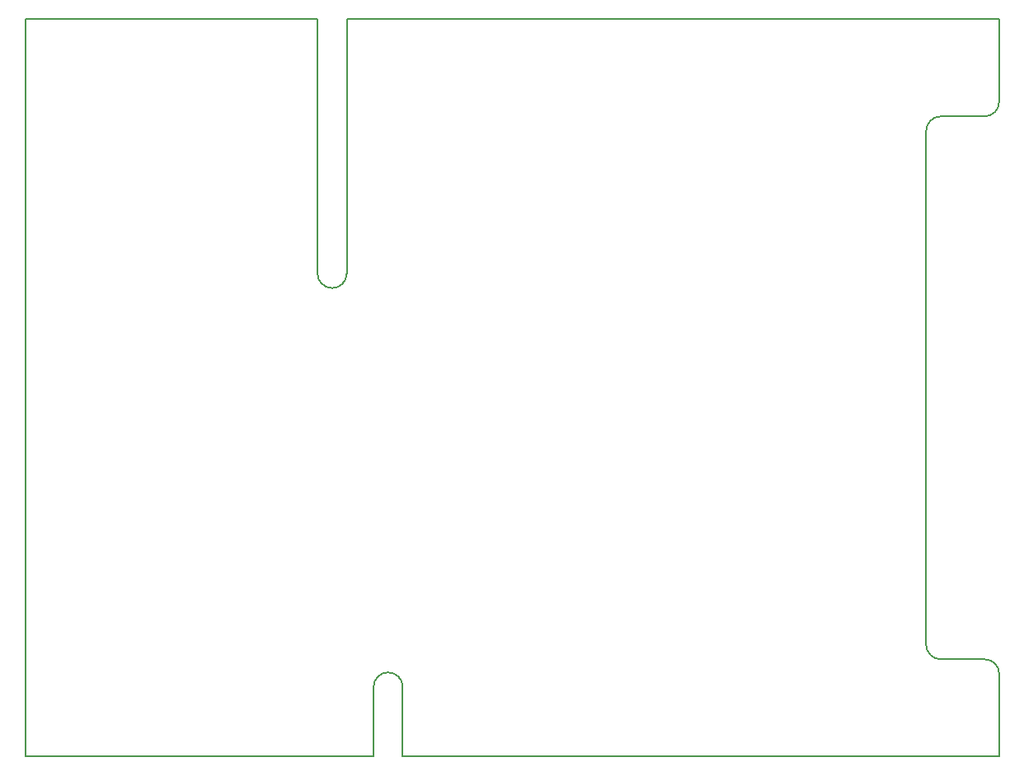
<source format=gm1>
G04 Layer_Color=16711935*
%FSLAX25Y25*%
%MOIN*%
G70*
G01*
G75*
%ADD75C,0.00787*%
D75*
X167323Y-103937D02*
G03*
X173228Y-109843I5906J0D01*
G01*
X196850Y-115748D02*
G03*
X190945Y-109843I-5906J0D01*
G01*
Y109843D02*
G03*
X196850Y115748I0J5906D01*
G01*
X173228Y109843D02*
G03*
X167323Y103937I0J-5906D01*
G01*
X-72835Y40354D02*
G03*
X-66929Y46260I0J5906D01*
G01*
X-78740D02*
G03*
X-72835Y40354I5906J0D01*
G01*
X-44291Y-121063D02*
G03*
X-50197Y-115157I-5906J0D01*
G01*
D02*
G03*
X-56102Y-121063I0J-5906D01*
G01*
X173228Y-109843D02*
X190945D01*
X196850Y-149213D02*
Y-115748D01*
Y115748D02*
Y149213D01*
X173228Y109843D02*
X190945D01*
X167323Y-103937D02*
Y103937D01*
X-78740Y46260D02*
Y149213D01*
X-66929Y46260D02*
Y149213D01*
X196850D01*
X-196850Y149213D02*
X-78740D01*
X-56102Y-149213D02*
Y-121063D01*
X-44291Y-149213D02*
Y-121063D01*
X-196851Y-149213D02*
Y149213D01*
Y-149213D02*
X-56102D01*
X-44291Y-149213D02*
X196850D01*
M02*

</source>
